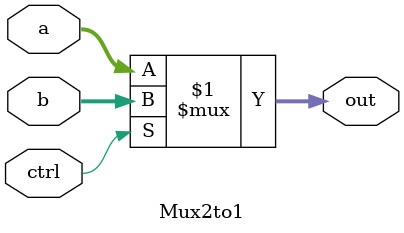
<source format=v>
module Mux2to1 (a, b, ctrl, out);

	parameter n=32;

	input  [n-1:0] a;
	input  [n-1:0] b;
	input  ctrl;
	output [n-1:0] out;

	assign out = ctrl ? b : a;

endmodule


</source>
